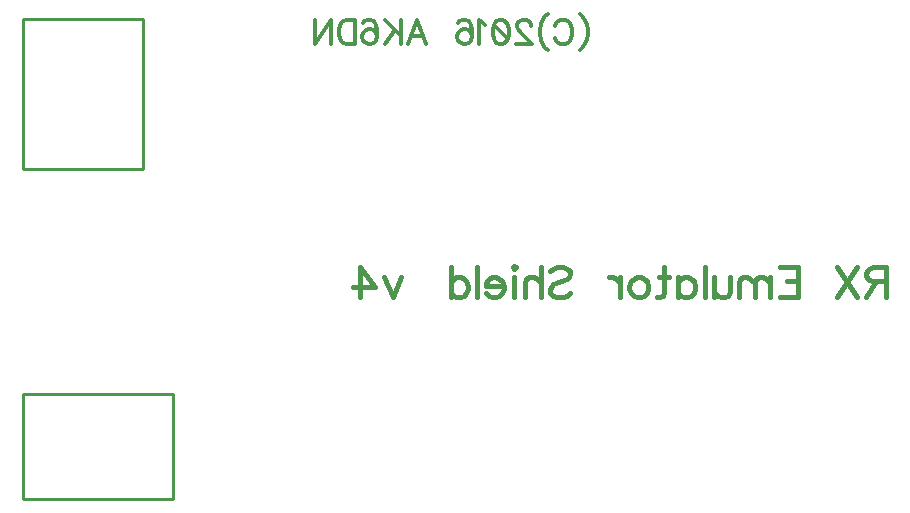
<source format=gbo>
G04 DipTrace 4.3.0.2*
G04 BottomSilk.gbr*
%MOIN*%
G04 #@! TF.FileFunction,Legend,Bot*
G04 #@! TF.Part,Single*
%ADD10C,0.01*%
%ADD66C,0.012351*%
%ADD67C,0.015439*%
%FSLAX26Y26*%
G04*
G70*
G90*
G75*
G01*
G04 BotSilk*
%LPD*%
X0Y1750000D2*
D10*
X400000D1*
Y1250000D1*
X0D1*
Y1750000D1*
Y500000D2*
X500000D1*
Y150000D1*
X0D1*
Y500000D1*
X1854951Y1768824D2*
D66*
X1862645Y1761219D1*
X1870250Y1749723D1*
X1877943Y1734425D1*
X1881746Y1715235D1*
Y1699936D1*
X1877943Y1680835D1*
X1870250Y1665537D1*
X1862645Y1654041D1*
X1854951Y1646435D1*
X1772857Y1728765D2*
X1776659Y1736370D1*
X1784353Y1744064D1*
X1791958Y1747866D1*
X1807256D1*
X1814950Y1744064D1*
X1822555Y1736370D1*
X1826446Y1728765D1*
X1830248Y1717269D1*
Y1698079D1*
X1826446Y1686672D1*
X1822555Y1678978D1*
X1814950Y1671373D1*
X1807256Y1667482D1*
X1791958D1*
X1784353Y1671373D1*
X1776659Y1678978D1*
X1772857Y1686672D1*
X1748154Y1768824D2*
X1740460Y1761219D1*
X1732855Y1749723D1*
X1725162Y1734425D1*
X1721359Y1715235D1*
Y1699936D1*
X1725162Y1680835D1*
X1732855Y1665537D1*
X1740460Y1654041D1*
X1748154Y1646435D1*
X1692765Y1728677D2*
Y1732479D1*
X1688963Y1740173D1*
X1685160Y1743975D1*
X1677467Y1747778D1*
X1662168D1*
X1654563Y1743975D1*
X1650760Y1740173D1*
X1646870Y1732479D1*
Y1724874D1*
X1650760Y1717180D1*
X1658366Y1705773D1*
X1696656Y1667482D1*
X1643067D1*
X1595372Y1747778D2*
X1606868Y1743975D1*
X1614562Y1732479D1*
X1618364Y1713378D1*
Y1701882D1*
X1614562Y1682781D1*
X1606868Y1671285D1*
X1595372Y1667482D1*
X1587767D1*
X1576271Y1671285D1*
X1568666Y1682781D1*
X1564775Y1701882D1*
Y1713378D1*
X1568666Y1732479D1*
X1576271Y1743975D1*
X1587767Y1747778D1*
X1595372D1*
X1568666Y1732479D2*
X1614562Y1682781D1*
X1540072Y1732479D2*
X1532379Y1736370D1*
X1520882Y1747778D1*
Y1667482D1*
X1450284Y1736370D2*
X1454086Y1743975D1*
X1465582Y1747778D1*
X1473188D1*
X1484684Y1743975D1*
X1492377Y1732479D1*
X1496180Y1713378D1*
Y1694277D1*
X1492377Y1678978D1*
X1484684Y1671285D1*
X1473188Y1667482D1*
X1469385D1*
X1457977Y1671285D1*
X1450284Y1678978D1*
X1446481Y1690474D1*
Y1694277D1*
X1450284Y1705773D1*
X1457977Y1713378D1*
X1469385Y1717180D1*
X1473188D1*
X1484684Y1713378D1*
X1492377Y1705773D1*
X1496180Y1694277D1*
X1282734Y1667482D2*
X1313420Y1747866D1*
X1344017Y1667482D1*
X1332521Y1694277D2*
X1294230D1*
X1258031Y1747866D2*
Y1667482D1*
X1204442Y1747866D2*
X1258031Y1694277D1*
X1238930Y1713466D2*
X1204442Y1667482D1*
X1133843Y1736370D2*
X1137646Y1743975D1*
X1149142Y1747778D1*
X1156747D1*
X1168243Y1743975D1*
X1175937Y1732479D1*
X1179739Y1713378D1*
Y1694277D1*
X1175937Y1678978D1*
X1168243Y1671285D1*
X1156747Y1667482D1*
X1152945D1*
X1141537Y1671285D1*
X1133843Y1678978D1*
X1130041Y1690474D1*
Y1694277D1*
X1133843Y1705773D1*
X1141537Y1713378D1*
X1152945Y1717180D1*
X1156747D1*
X1168243Y1713378D1*
X1175937Y1705773D1*
X1179739Y1694277D1*
X1105338Y1747866D2*
Y1667482D1*
X1078543D1*
X1067047Y1671373D1*
X1059354Y1678978D1*
X1055551Y1686672D1*
X1051749Y1698079D1*
Y1717269D1*
X1055551Y1728765D1*
X1059354Y1736370D1*
X1067047Y1744064D1*
X1078543Y1747866D1*
X1105338D1*
X973457D2*
Y1667482D1*
X1027046Y1747866D1*
Y1667482D1*
X2876805Y875938D2*
D67*
X2833805D1*
X2819435Y880802D1*
X2814571Y885555D1*
X2809818Y895062D1*
Y904679D1*
X2814571Y914185D1*
X2819435Y919049D1*
X2833805Y923802D1*
X2876805D1*
Y823322D1*
X2843312Y875938D2*
X2809818Y823322D1*
X2778940Y923802D2*
X2711953Y823322D1*
Y923802D2*
X2778940Y823322D1*
X2521750Y923802D2*
X2583873D1*
Y823322D1*
X2521750D1*
X2583873Y875938D2*
X2545626D1*
X2490871Y890308D2*
Y823322D1*
Y871185D2*
X2476501Y885555D1*
X2466884Y890308D1*
X2452625D1*
X2443008Y885555D1*
X2438255Y871185D1*
Y823322D1*
Y871185D2*
X2423885Y885555D1*
X2414268Y890308D1*
X2400008D1*
X2390391Y885555D1*
X2385527Y871185D1*
Y823322D1*
X2354649Y890308D2*
Y842445D1*
X2349896Y828185D1*
X2340279Y823322D1*
X2325909D1*
X2316402Y828185D1*
X2302032Y842445D1*
Y890308D2*
Y823322D1*
X2271154Y923802D2*
Y823322D1*
X2182906Y890308D2*
Y823322D1*
Y875938D2*
X2192412Y885555D1*
X2202029Y890308D1*
X2216288D1*
X2225905Y885555D1*
X2235412Y875938D1*
X2240275Y861568D1*
Y852062D1*
X2235412Y837692D1*
X2225905Y828185D1*
X2216288Y823322D1*
X2202029D1*
X2192412Y828185D1*
X2182906Y837692D1*
X2137657Y923802D2*
Y842445D1*
X2132904Y828185D1*
X2123287Y823322D1*
X2113781D1*
X2152027Y890308D2*
X2118534D1*
X2059026D2*
X2068532Y885555D1*
X2078149Y875938D1*
X2082902Y861568D1*
Y852062D1*
X2078149Y837692D1*
X2068532Y828185D1*
X2059026Y823322D1*
X2044656D1*
X2035039Y828185D1*
X2025532Y837692D1*
X2020669Y852062D1*
Y861568D1*
X2025532Y875938D1*
X2035039Y885555D1*
X2044656Y890308D1*
X2059026D1*
X1989790D2*
Y823322D1*
Y861568D2*
X1984926Y875938D1*
X1975420Y885555D1*
X1965803Y890308D1*
X1951433D1*
X1756366Y909432D2*
X1765872Y919049D1*
X1780242Y923802D1*
X1799366D1*
X1813736Y919049D1*
X1823353Y909432D1*
Y899925D1*
X1818489Y890308D1*
X1813736Y885555D1*
X1804229Y880802D1*
X1775489Y871185D1*
X1765872Y866432D1*
X1761119Y861568D1*
X1756366Y852062D1*
Y837692D1*
X1765872Y828185D1*
X1780242Y823322D1*
X1799366D1*
X1813736Y828185D1*
X1823353Y837692D1*
X1725487Y923802D2*
Y823322D1*
Y871185D2*
X1711117Y885555D1*
X1701501Y890308D1*
X1687130D1*
X1677624Y885555D1*
X1672871Y871185D1*
Y823322D1*
X1641992Y923802D2*
X1637239Y919049D1*
X1632375Y923802D1*
X1637239Y928665D1*
X1641992Y923802D1*
X1637239Y890308D2*
Y823322D1*
X1601497Y861568D2*
X1544127D1*
Y871185D1*
X1548880Y880802D1*
X1553634Y885555D1*
X1563250Y890308D1*
X1577621D1*
X1587127Y885555D1*
X1596744Y875938D1*
X1601497Y861568D1*
Y852062D1*
X1596744Y837692D1*
X1587127Y828185D1*
X1577621Y823322D1*
X1563250D1*
X1553634Y828185D1*
X1544127Y837692D1*
X1513249Y923802D2*
Y823322D1*
X1425000Y923802D2*
Y823322D1*
Y875938D2*
X1434507Y885555D1*
X1444124Y890308D1*
X1458494D1*
X1468000Y885555D1*
X1477617Y875938D1*
X1482370Y861568D1*
Y852062D1*
X1477617Y837692D1*
X1468000Y828185D1*
X1458494Y823322D1*
X1444124D1*
X1434507Y828185D1*
X1425000Y837692D1*
X1259989Y890308D2*
X1231248Y823322D1*
X1202619Y890308D1*
X1123877Y823322D2*
Y923691D1*
X1171740Y856815D1*
X1100000D1*
M02*

</source>
